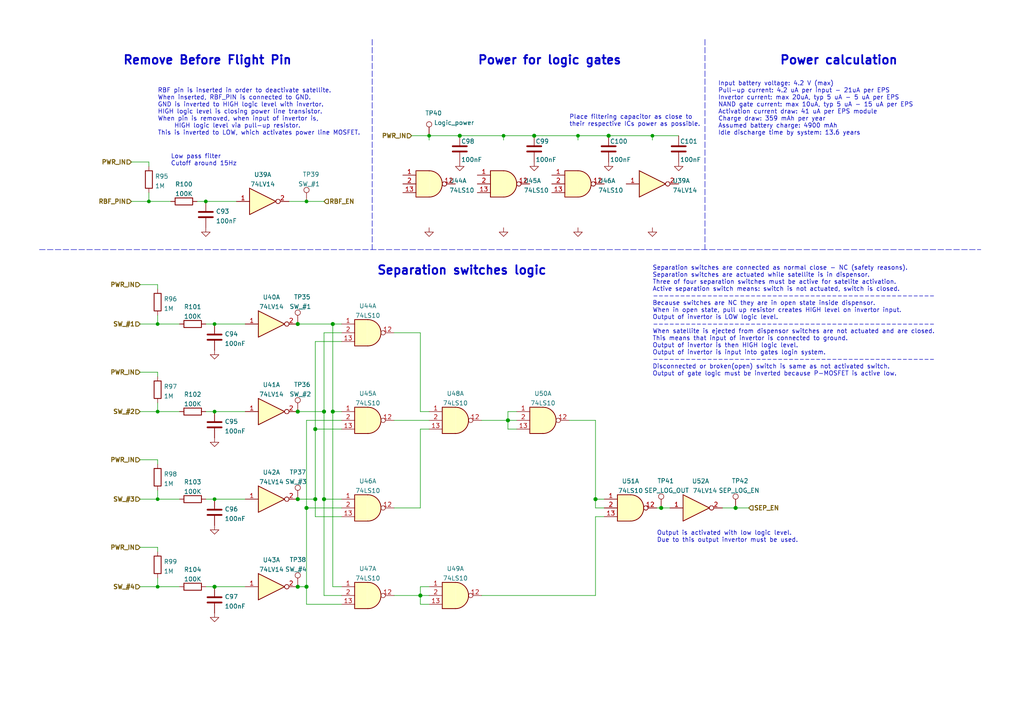
<source format=kicad_sch>
(kicad_sch (version 20210621) (generator eeschema)
  (paper "A4")
  (title_block (title "BUTCube - EPS") (date "2021-06-01") (rev "v1.0") (company "VUT - FIT(STRaDe) & FME(IAE & IPE)") (comment 1 "Author: Petr Malaník"))
  (lib_symbols
    (symbol "74xx:74LS10" (pin_names (offset 1.016))
      (property "Reference" "U" (at 0 1.27 0))
      (property "Value" "74LS10" (at 0 -1.27 0))
      (symbol "74LS10_1_1"
        (arc (start 0 -3.81) (end 0 3.81) (radius (at 0 0) (length 3.81) (angles -89.9 89.9)) (stroke (width 0.254)) (fill (type background)))
        (polyline (pts (xy 0 3.81) (xy -3.81 3.81) (xy -3.81 -3.81) (xy 0 -3.81)) (stroke (width 0.254)) (fill (type background)))
        (pin input line (at -7.62 2.54 0) (length 3.81) (name "~") (number "1"))
        (pin output inverted (at 7.62 0 180) (length 3.81) (name "~") (number "12"))
        (pin input line (at -7.62 -2.54 0) (length 3.81) (name "~") (number "13"))
        (pin input line (at -7.62 0 0) (length 3.81) (name "~") (number "2"))
      )
      (symbol "74LS10_1_2"
        (arc (start -3.81 3.81) (end -3.81 -3.81) (radius (at -9.144 0) (length 6.5532) (angles 35.4 -35.4)) (stroke (width 0.254)))
        (arc (start 3.81 0) (end -0.6096 3.81) (radius (at -1.1938 -1.3208) (length 5.1816) (angles 15 83.7)) (stroke (width 0.254)) (fill (type background)))
        (arc (start 3.81 0) (end -0.6096 -3.81) (radius (at -1.1938 1.3208) (length 5.1816) (angles -15 -83.7)) (stroke (width 0.254)) (fill (type background)))
        (polyline (pts (xy -3.81 -3.81) (xy -0.635 -3.81)) (stroke (width 0.254)) (fill (type background)))
        (polyline (pts (xy -3.81 3.81) (xy -0.635 3.81)) (stroke (width 0.254)) (fill (type background)))
        (polyline (pts (xy -0.635 3.81) (xy -3.81 3.81) (xy -3.81 3.81) (xy -3.556 3.4036) (xy -3.0226 2.2606) (xy -2.6924 1.0414) (xy -2.6162 -0.254) (xy -2.7686 -1.4986) (xy -3.175 -2.7178) (xy -3.81 -3.81) (xy -3.81 -3.81) (xy -0.635 -3.81)) (stroke (width -25.4)) (fill (type background)))
        (pin input inverted (at -7.62 2.54 0) (length 4.318) (name "~") (number "1"))
        (pin output line (at 7.62 0 180) (length 3.81) (name "~") (number "12"))
        (pin input inverted (at -7.62 -2.54 0) (length 4.318) (name "~") (number "13"))
        (pin input inverted (at -7.62 0 0) (length 4.953) (name "~") (number "2"))
      )
      (symbol "74LS10_2_1"
        (arc (start 0 -3.81) (end 0 3.81) (radius (at 0 0) (length 3.81) (angles -89.9 89.9)) (stroke (width 0.254)) (fill (type background)))
        (polyline (pts (xy 0 3.81) (xy -3.81 3.81) (xy -3.81 -3.81) (xy 0 -3.81)) (stroke (width 0.254)) (fill (type background)))
        (pin input line (at -7.62 2.54 0) (length 3.81) (name "~") (number "3"))
        (pin input line (at -7.62 0 0) (length 3.81) (name "~") (number "4"))
        (pin input line (at -7.62 -2.54 0) (length 3.81) (name "~") (number "5"))
        (pin output inverted (at 7.62 0 180) (length 3.81) (name "~") (number "6"))
      )
      (symbol "74LS10_2_2"
        (arc (start -3.81 3.81) (end -3.81 -3.81) (radius (at -9.144 0) (length 6.5532) (angles 35.4 -35.4)) (stroke (width 0.254)))
        (arc (start 3.81 0) (end -0.6096 3.81) (radius (at -1.1938 -1.3208) (length 5.1816) (angles 15 83.7)) (stroke (width 0.254)) (fill (type background)))
        (arc (start 3.81 0) (end -0.6096 -3.81) (radius (at -1.1938 1.3208) (length 5.1816) (angles -15 -83.7)) (stroke (width 0.254)) (fill (type background)))
        (polyline (pts (xy -3.81 -3.81) (xy -0.635 -3.81)) (stroke (width 0.254)) (fill (type background)))
        (polyline (pts (xy -3.81 3.81) (xy -0.635 3.81)) (stroke (width 0.254)) (fill (type background)))
        (polyline (pts (xy -0.635 3.81) (xy -3.81 3.81) (xy -3.81 3.81) (xy -3.556 3.4036) (xy -3.0226 2.2606) (xy -2.6924 1.0414) (xy -2.6162 -0.254) (xy -2.7686 -1.4986) (xy -3.175 -2.7178) (xy -3.81 -3.81) (xy -3.81 -3.81) (xy -0.635 -3.81)) (stroke (width -25.4)) (fill (type background)))
        (pin input inverted (at -7.62 2.54 0) (length 4.318) (name "~") (number "3"))
        (pin input inverted (at -7.62 0 0) (length 4.953) (name "~") (number "4"))
        (pin input inverted (at -7.62 -2.54 0) (length 4.318) (name "~") (number "5"))
        (pin output line (at 7.62 0 180) (length 3.81) (name "~") (number "6"))
      )
      (symbol "74LS10_3_1"
        (arc (start 0 -3.81) (end 0 3.81) (radius (at 0 0) (length 3.81) (angles -89.9 89.9)) (stroke (width 0.254)) (fill (type background)))
        (polyline (pts (xy 0 3.81) (xy -3.81 3.81) (xy -3.81 -3.81) (xy 0 -3.81)) (stroke (width 0.254)) (fill (type background)))
        (pin input line (at -7.62 0 0) (length 3.81) (name "~") (number "10"))
        (pin input line (at -7.62 -2.54 0) (length 3.81) (name "~") (number "11"))
        (pin output inverted (at 7.62 0 180) (length 3.81) (name "~") (number "8"))
        (pin input line (at -7.62 2.54 0) (length 3.81) (name "~") (number "9"))
      )
      (symbol "74LS10_3_2"
        (arc (start -3.81 3.81) (end -3.81 -3.81) (radius (at -9.144 0) (length 6.5532) (angles 35.4 -35.4)) (stroke (width 0.254)))
        (arc (start 3.81 0) (end -0.6096 3.81) (radius (at -1.1938 -1.3208) (length 5.1816) (angles 15 83.7)) (stroke (width 0.254)) (fill (type background)))
        (arc (start 3.81 0) (end -0.6096 -3.81) (radius (at -1.1938 1.3208) (length 5.1816) (angles -15 -83.7)) (stroke (width 0.254)) (fill (type background)))
        (polyline (pts (xy -3.81 -3.81) (xy -0.635 -3.81)) (stroke (width 0.254)) (fill (type background)))
        (polyline (pts (xy -3.81 3.81) (xy -0.635 3.81)) (stroke (width 0.254)) (fill (type background)))
        (polyline (pts (xy -0.635 3.81) (xy -3.81 3.81) (xy -3.81 3.81) (xy -3.556 3.4036) (xy -3.0226 2.2606) (xy -2.6924 1.0414) (xy -2.6162 -0.254) (xy -2.7686 -1.4986) (xy -3.175 -2.7178) (xy -3.81 -3.81) (xy -3.81 -3.81) (xy -0.635 -3.81)) (stroke (width -25.4)) (fill (type background)))
        (pin input inverted (at -7.62 0 0) (length 4.953) (name "~") (number "10"))
        (pin input inverted (at -7.62 -2.54 0) (length 4.318) (name "~") (number "11"))
        (pin output line (at 7.62 0 180) (length 3.81) (name "~") (number "8"))
        (pin input inverted (at -7.62 2.54 0) (length 4.318) (name "~") (number "9"))
      )
      (symbol "74LS10_4_0"
        (pin power_in line (at 0 12.7 270) (length 5.08) (name "VCC") (number "14"))
        (pin power_in line (at 0 -12.7 90) (length 5.08) (name "GND") (number "7"))
      )
      (symbol "74LS10_4_1"
        (rectangle (start -5.08 7.62) (end 5.08 -7.62) (stroke (width 0.254)) (fill (type background)))
      )
    )
    (symbol "74xx:74LV14" (pin_names (offset 1.016))
      (property "Reference" "U" (at 0 1.27 0))
      (property "Value" "74LV14" (at 0 -1.27 0))
      (symbol "74LV14_1_0"
        (polyline (pts (xy -3.81 3.81) (xy -3.81 -3.81) (xy 3.81 0) (xy -3.81 3.81)) (stroke (width 0.254)) (fill (type background)))
        (pin input line (at -7.62 0 0) (length 3.81) (name "~") (number "1"))
        (pin output inverted (at 7.62 0 180) (length 3.81) (name "~") (number "2"))
      )
      (symbol "74LV14_2_0"
        (polyline (pts (xy -3.81 3.81) (xy -3.81 -3.81) (xy 3.81 0) (xy -3.81 3.81)) (stroke (width 0.254)) (fill (type background)))
        (pin input line (at -7.62 0 0) (length 3.81) (name "~") (number "3"))
        (pin output inverted (at 7.62 0 180) (length 3.81) (name "~") (number "4"))
      )
      (symbol "74LV14_3_0"
        (polyline (pts (xy -3.81 3.81) (xy -3.81 -3.81) (xy 3.81 0) (xy -3.81 3.81)) (stroke (width 0.254)) (fill (type background)))
        (pin input line (at -7.62 0 0) (length 3.81) (name "~") (number "5"))
        (pin output inverted (at 7.62 0 180) (length 3.81) (name "~") (number "6"))
      )
      (symbol "74LV14_4_0"
        (polyline (pts (xy -3.81 3.81) (xy -3.81 -3.81) (xy 3.81 0) (xy -3.81 3.81)) (stroke (width 0.254)) (fill (type background)))
        (pin output inverted (at 7.62 0 180) (length 3.81) (name "~") (number "8"))
        (pin input line (at -7.62 0 0) (length 3.81) (name "~") (number "9"))
      )
      (symbol "74LV14_5_0"
        (polyline (pts (xy -3.81 3.81) (xy -3.81 -3.81) (xy 3.81 0) (xy -3.81 3.81)) (stroke (width 0.254)) (fill (type background)))
        (pin output inverted (at 7.62 0 180) (length 3.81) (name "~") (number "10"))
        (pin input line (at -7.62 0 0) (length 3.81) (name "~") (number "11"))
      )
      (symbol "74LV14_6_0"
        (polyline (pts (xy -3.81 3.81) (xy -3.81 -3.81) (xy 3.81 0) (xy -3.81 3.81)) (stroke (width 0.254)) (fill (type background)))
        (pin output inverted (at 7.62 0 180) (length 3.81) (name "~") (number "12"))
        (pin input line (at -7.62 0 0) (length 3.81) (name "~") (number "13"))
      )
      (symbol "74LV14_7_0"
        (pin power_in line (at 0 12.7 270) (length 5.08) (name "3.3V") (number "14"))
        (pin power_in line (at 0 -12.7 90) (length 5.08) (name "GND") (number "7"))
      )
      (symbol "74LV14_7_1"
        (rectangle (start -5.08 7.62) (end 5.08 -7.62) (stroke (width 0.254)) (fill (type background)))
      )
    )
    (symbol "Connector:TestPoint" (pin_numbers hide) (pin_names (offset 0.762) hide)
      (property "Reference" "TP" (at 0 6.858 0))
      (property "Value" "TestPoint" (at 0 5.08 0))
      (symbol "TestPoint_0_1"
        (circle (center 0 3.302) (radius 0.762))
      )
      (symbol "TestPoint_1_1"
        (pin passive line (at 0 0 90) (length 2.54) (name "1") (number "1"))
      )
    )
    (symbol "Device:C" (pin_numbers hide) (pin_names (offset 0.254))
      (property "Reference" "C" (at 0.635 2.54 0))
      (property "Value" "C" (at 0.635 -2.54 0))
      (symbol "C_0_1"
        (polyline (pts (xy -2.032 -0.762) (xy 2.032 -0.762)) (stroke (width 0.508)))
        (polyline (pts (xy -2.032 0.762) (xy 2.032 0.762)) (stroke (width 0.508)))
      )
      (symbol "C_1_1"
        (pin passive line (at 0 3.81 270) (length 2.794) (name "~") (number "1"))
        (pin passive line (at 0 -3.81 90) (length 2.794) (name "~") (number "2"))
      )
    )
    (symbol "Device:R" (pin_numbers hide) (pin_names (offset 0))
      (property "Reference" "R" (at 2.032 0 90))
      (property "Value" "R" (at 0 0 90))
      (symbol "R_0_1"
        (rectangle (start -1.016 -2.54) (end 1.016 2.54) (stroke (width 0.254)))
      )
      (symbol "R_1_1"
        (pin passive line (at 0 3.81 270) (length 1.27) (name "~") (number "1"))
        (pin passive line (at 0 -3.81 90) (length 1.27) (name "~") (number "2"))
      )
    )
    (symbol "power:GND" (power) (pin_names (offset 0))
      (property "Value" "GND" (at 0 -3.81 0))
      (symbol "GND_0_1"
        (polyline (pts (xy 0 0) (xy 0 -1.27) (xy 1.27 -1.27) (xy 0 -2.54) (xy -1.27 -1.27) (xy 0 -1.27)))
      )
      (symbol "GND_1_1"
        (pin power_in line (at 0 0 270) (length 0) hide (name "GND") (number "1"))
      )
    )
  )
  (junction (at 43.18 58.42) (diameter 0.9144))
  (junction (at 45.72 93.98) (diameter 0.9144))
  (junction (at 45.72 119.38) (diameter 0.9144))
  (junction (at 45.72 144.78) (diameter 0.9144))
  (junction (at 45.72 170.18) (diameter 0.9144))
  (junction (at 59.69 58.42) (diameter 0.9144))
  (junction (at 62.23 93.98) (diameter 0.9144))
  (junction (at 62.23 119.38) (diameter 0.9144))
  (junction (at 62.23 144.78) (diameter 0.9144))
  (junction (at 62.23 170.18) (diameter 1.016))
  (junction (at 86.36 93.98) (diameter 1.016))
  (junction (at 86.36 119.38) (diameter 1.016))
  (junction (at 86.36 144.78) (diameter 1.016))
  (junction (at 86.36 170.18) (diameter 1.016))
  (junction (at 88.9 58.42) (diameter 0.9144))
  (junction (at 88.9 147.32) (diameter 1.016))
  (junction (at 88.9 170.18) (diameter 1.016))
  (junction (at 91.44 124.46) (diameter 1.016))
  (junction (at 91.44 144.78) (diameter 1.016))
  (junction (at 93.98 119.38) (diameter 1.016))
  (junction (at 93.98 144.78) (diameter 1.016))
  (junction (at 96.52 93.98) (diameter 1.016))
  (junction (at 96.52 119.38) (diameter 1.016))
  (junction (at 121.92 172.72) (diameter 1.016))
  (junction (at 124.46 39.37) (diameter 0.9144))
  (junction (at 133.35 39.37) (diameter 1.016))
  (junction (at 146.05 39.37) (diameter 0.9144))
  (junction (at 147.32 121.92) (diameter 1.016))
  (junction (at 154.94 39.37) (diameter 1.016))
  (junction (at 167.64 39.37) (diameter 0.9144))
  (junction (at 172.72 144.78) (diameter 1.016))
  (junction (at 176.53 39.37) (diameter 1.016))
  (junction (at 189.23 39.37) (diameter 0.9144))
  (junction (at 191.77 147.32) (diameter 1.016))
  (junction (at 213.36 147.32) (diameter 1.016))
  (wire (pts (xy 38.1 46.99) (xy 43.18 46.99)))
  (wire (pts (xy 38.1 58.42) (xy 43.18 58.42)))
  (wire (pts (xy 40.64 82.55) (xy 45.72 82.55)))
  (wire (pts (xy 40.64 93.98) (xy 45.72 93.98)))
  (wire (pts (xy 40.64 107.95) (xy 45.72 107.95)))
  (wire (pts (xy 40.64 119.38) (xy 45.72 119.38)))
  (wire (pts (xy 40.64 133.35) (xy 45.72 133.35)))
  (wire (pts (xy 40.64 144.78) (xy 45.72 144.78)))
  (wire (pts (xy 40.64 158.75) (xy 45.72 158.75)))
  (wire (pts (xy 40.64 170.18) (xy 45.72 170.18)))
  (wire (pts (xy 43.18 46.99) (xy 43.18 48.26)))
  (wire (pts (xy 43.18 55.88) (xy 43.18 58.42)))
  (wire (pts (xy 43.18 58.42) (xy 49.53 58.42)))
  (wire (pts (xy 45.72 82.55) (xy 45.72 83.82)))
  (wire (pts (xy 45.72 91.44) (xy 45.72 93.98)))
  (wire (pts (xy 45.72 93.98) (xy 52.07 93.98)))
  (wire (pts (xy 45.72 107.95) (xy 45.72 109.22)))
  (wire (pts (xy 45.72 116.84) (xy 45.72 119.38)))
  (wire (pts (xy 45.72 119.38) (xy 52.07 119.38)))
  (wire (pts (xy 45.72 133.35) (xy 45.72 134.62)))
  (wire (pts (xy 45.72 142.24) (xy 45.72 144.78)))
  (wire (pts (xy 45.72 144.78) (xy 52.07 144.78)))
  (wire (pts (xy 45.72 158.75) (xy 45.72 160.02)))
  (wire (pts (xy 45.72 167.64) (xy 45.72 170.18)))
  (wire (pts (xy 45.72 170.18) (xy 52.07 170.18)))
  (wire (pts (xy 57.15 58.42) (xy 59.69 58.42)))
  (wire (pts (xy 59.69 58.42) (xy 68.58 58.42)))
  (wire (pts (xy 59.69 93.98) (xy 62.23 93.98)))
  (wire (pts (xy 59.69 119.38) (xy 62.23 119.38)))
  (wire (pts (xy 59.69 144.78) (xy 62.23 144.78)))
  (wire (pts (xy 59.69 170.18) (xy 62.23 170.18)))
  (wire (pts (xy 62.23 93.98) (xy 71.12 93.98)))
  (wire (pts (xy 62.23 119.38) (xy 71.12 119.38)))
  (wire (pts (xy 62.23 144.78) (xy 71.12 144.78)))
  (wire (pts (xy 62.23 170.18) (xy 71.12 170.18)))
  (wire (pts (xy 86.36 119.38) (xy 93.98 119.38)))
  (wire (pts (xy 86.36 144.78) (xy 91.44 144.78)))
  (wire (pts (xy 88.9 58.42) (xy 83.82 58.42)))
  (wire (pts (xy 88.9 58.42) (xy 93.98 58.42)))
  (wire (pts (xy 88.9 121.92) (xy 99.06 121.92)))
  (wire (pts (xy 88.9 147.32) (xy 88.9 121.92)))
  (wire (pts (xy 88.9 147.32) (xy 99.06 147.32)))
  (wire (pts (xy 88.9 170.18) (xy 86.36 170.18)))
  (wire (pts (xy 88.9 170.18) (xy 88.9 147.32)))
  (wire (pts (xy 88.9 175.26) (xy 88.9 170.18)))
  (wire (pts (xy 91.44 99.06) (xy 99.06 99.06)))
  (wire (pts (xy 91.44 124.46) (xy 91.44 99.06)))
  (wire (pts (xy 91.44 124.46) (xy 99.06 124.46)))
  (wire (pts (xy 91.44 144.78) (xy 91.44 124.46)))
  (wire (pts (xy 91.44 149.86) (xy 91.44 144.78)))
  (wire (pts (xy 93.98 96.52) (xy 99.06 96.52)))
  (wire (pts (xy 93.98 119.38) (xy 93.98 96.52)))
  (wire (pts (xy 93.98 119.38) (xy 93.98 144.78)))
  (wire (pts (xy 93.98 144.78) (xy 93.98 172.72)))
  (wire (pts (xy 93.98 144.78) (xy 99.06 144.78)))
  (wire (pts (xy 93.98 172.72) (xy 99.06 172.72)))
  (wire (pts (xy 96.52 93.98) (xy 86.36 93.98)))
  (wire (pts (xy 96.52 93.98) (xy 99.06 93.98)))
  (wire (pts (xy 96.52 119.38) (xy 96.52 93.98)))
  (wire (pts (xy 96.52 119.38) (xy 99.06 119.38)))
  (wire (pts (xy 96.52 170.18) (xy 96.52 119.38)))
  (wire (pts (xy 99.06 149.86) (xy 91.44 149.86)))
  (wire (pts (xy 99.06 170.18) (xy 96.52 170.18)))
  (wire (pts (xy 99.06 175.26) (xy 88.9 175.26)))
  (wire (pts (xy 114.3 121.92) (xy 124.46 121.92)))
  (wire (pts (xy 114.3 147.32) (xy 121.92 147.32)))
  (wire (pts (xy 114.3 172.72) (xy 121.92 172.72)))
  (wire (pts (xy 119.38 39.37) (xy 124.46 39.37)))
  (wire (pts (xy 121.92 96.52) (xy 114.3 96.52)))
  (wire (pts (xy 121.92 119.38) (xy 121.92 96.52)))
  (wire (pts (xy 121.92 124.46) (xy 124.46 124.46)))
  (wire (pts (xy 121.92 147.32) (xy 121.92 124.46)))
  (wire (pts (xy 121.92 170.18) (xy 124.46 170.18)))
  (wire (pts (xy 121.92 172.72) (xy 121.92 170.18)))
  (wire (pts (xy 121.92 172.72) (xy 124.46 172.72)))
  (wire (pts (xy 121.92 175.26) (xy 121.92 172.72)))
  (wire (pts (xy 124.46 39.37) (xy 124.46 40.64)))
  (wire (pts (xy 124.46 39.37) (xy 133.35 39.37)))
  (wire (pts (xy 124.46 119.38) (xy 121.92 119.38)))
  (wire (pts (xy 124.46 175.26) (xy 121.92 175.26)))
  (wire (pts (xy 133.35 39.37) (xy 146.05 39.37)))
  (wire (pts (xy 139.7 121.92) (xy 147.32 121.92)))
  (wire (pts (xy 146.05 39.37) (xy 146.05 40.64)))
  (wire (pts (xy 146.05 39.37) (xy 154.94 39.37)))
  (wire (pts (xy 147.32 119.38) (xy 147.32 121.92)))
  (wire (pts (xy 147.32 121.92) (xy 147.32 124.46)))
  (wire (pts (xy 147.32 121.92) (xy 149.86 121.92)))
  (wire (pts (xy 147.32 124.46) (xy 149.86 124.46)))
  (wire (pts (xy 149.86 119.38) (xy 147.32 119.38)))
  (wire (pts (xy 154.94 39.37) (xy 167.64 39.37)))
  (wire (pts (xy 167.64 39.37) (xy 167.64 40.64)))
  (wire (pts (xy 167.64 39.37) (xy 176.53 39.37)))
  (wire (pts (xy 172.72 121.92) (xy 165.1 121.92)))
  (wire (pts (xy 172.72 144.78) (xy 172.72 121.92)))
  (wire (pts (xy 172.72 144.78) (xy 175.26 144.78)))
  (wire (pts (xy 172.72 147.32) (xy 172.72 144.78)))
  (wire (pts (xy 172.72 149.86) (xy 172.72 172.72)))
  (wire (pts (xy 172.72 172.72) (xy 139.7 172.72)))
  (wire (pts (xy 175.26 147.32) (xy 172.72 147.32)))
  (wire (pts (xy 175.26 149.86) (xy 172.72 149.86)))
  (wire (pts (xy 176.53 39.37) (xy 189.23 39.37)))
  (wire (pts (xy 189.23 39.37) (xy 189.23 40.64)))
  (wire (pts (xy 189.23 39.37) (xy 196.85 39.37)))
  (wire (pts (xy 190.5 147.32) (xy 191.77 147.32)))
  (wire (pts (xy 191.77 147.32) (xy 194.31 147.32)))
  (wire (pts (xy 209.55 147.32) (xy 213.36 147.32)))
  (wire (pts (xy 213.36 147.32) (xy 217.17 147.32)))
  (polyline (pts (xy 11.43 72.39) (xy 284.48 72.39)) (stroke (width 0) (type dash)))
  (polyline (pts (xy 107.95 11.43) (xy 107.95 72.39)) (stroke (width 0) (type dash)))
  (polyline (pts (xy 204.47 11.43) (xy 204.47 72.39)) (stroke (width 0) (type dash)))
  (text "Remove Before Flight Pin" (at 35.56 19.05 0) (effects (font (size 2.5 2.5) (thickness 0.5) bold) (justify left bottom)))
  (text "RBF pin is inserted in order to deactivate satellite.\nWhen inserted, RBF_PIN is connected to GND.\nGND is inverted to HIGH logic level with invertor.\nHIGH logic level is closing power line transistor.\nWhen pin is removed, when input of invertor is,\n	HIGH logic level via pull-up resistor.\nThis is inverted to LOW, which activates power line MOSFET." (at 45.72 39.37 0) (effects (font (size 1.27 1.27)) (justify left bottom)))
  (text "Low pass filter\nCutoff around 15Hz" (at 49.53 48.26 0) (effects (font (size 1.27 1.27)) (justify left bottom)))
  (text "Separation switches logic" (at 109.22 80.01 0) (effects (font (size 2.5 2.5) (thickness 0.5) bold) (justify left bottom)))
  (text "Power for logic gates" (at 138.43 19.05 0) (effects (font (size 2.5 2.5) (thickness 0.5) bold) (justify left bottom)))
  (text "Place filtering capacitor as close to\ntheir respective ICs power as possible." (at 165.1 36.83 0) (effects (font (size 1.27 1.27)) (justify left bottom)))
  (text "Separation switches are connected as normal close - NC (safety reasons).\nSeparation switches are actuated while satellite is in dispensor.\nThree of four separation switches must be active for satelite activation.\nActive separation switch means: switch is not actuated, switch is closed.\n----------------------------------------------------\nBecause switches are NC they are in open state inside dispensor.\nWhen in open state, pull up resistor creates HIGH level on invertor input.\nOutput of invertor is LOW logic level.\n----------------------------------------------------\nWhen satellite is ejected from dispensor switches are not actuated and are closed.\nThis means that input of invertor is connected to ground.\nOutput of invertor is then HIGH logic level.\nOutput of invertor is input into gates login system.\n----------------------------------------------------\nDisconnected or broken(open) switch is same as not activated switch.\nOutput of gate logic must be inverted because P-MOSFET is active low." (at 189.23 109.22 0) (effects (font (size 1.27 1.27)) (justify left bottom)))
  (text "Output is activated with low logic level.\nDue to this output invertor must be used." (at 190.5 157.48 0) (effects (font (size 1.27 1.27)) (justify left bottom)))
  (text "Input battery voltage: 4.2 V (max)\nPull-up current: 4.2 uA per input - 21uA per EPS\nInvertor current: max 20uA, typ 5 uA - 5 uA per EPS\nNAND gate current: max 10uA, typ 5 uA - 15 uA per EPS\nActivation current draw: 41 uA per EPS module\nCharge draw: 359 mAh per year\nAssumed battery charge: 4900 mAh\nIdle discharge time by system: 13.6 years" (at 208.28 39.37 0) (effects (font (size 1.27 1.27)) (justify left bottom)))
  (text "Power calculation" (at 226.06 19.05 0) (effects (font (size 2.5 2.5) (thickness 0.5) bold) (justify left bottom)))
  (hierarchical_label "PWR_IN" (shape input) (at 38.1 46.99 180) (effects (font (thickness 0.254))))
  (hierarchical_label "RBF_PIN" (shape input) (at 38.1 58.42 180) (effects (font (thickness 0.254))))
  (hierarchical_label "PWR_IN" (shape input) (at 40.64 82.55 180) (effects (font (thickness 0.254))))
  (hierarchical_label "SW_#1" (shape input) (at 40.64 93.98 180) (effects (font (thickness 0.254))))
  (hierarchical_label "PWR_IN" (shape input) (at 40.64 107.95 180) (effects (font (thickness 0.254))))
  (hierarchical_label "SW_#2" (shape input) (at 40.64 119.38 180) (effects (font (thickness 0.254))))
  (hierarchical_label "PWR_IN" (shape input) (at 40.64 133.35 180) (effects (font (thickness 0.254))))
  (hierarchical_label "SW_#3" (shape input) (at 40.64 144.78 180) (effects (font (thickness 0.254))))
  (hierarchical_label "PWR_IN" (shape input) (at 40.64 158.75 180) (effects (font (thickness 0.254))))
  (hierarchical_label "SW_#4" (shape input) (at 40.64 170.18 180) (effects (font (thickness 0.254))))
  (hierarchical_label "RBF_EN" (shape input) (at 93.98 58.42 0) (effects (font (thickness 0.254))))
  (hierarchical_label "PWR_IN" (shape input) (at 119.38 39.37 180) (effects (font (thickness 0.254))))
  (hierarchical_label "SEP_EN" (shape input) (at 217.17 147.32 0) (effects (font (thickness 0.254))))
  (symbol (lib_id "Connector:TestPoint") (at 86.36 93.98 0)
    (property "Reference" "TP35" (at 85.2171 86.15 0) (effects (justify left)))
    (property "Value" "SW_#1" (at 83.9471 88.9251 0) (effects (justify left)))
  )
  (symbol (lib_id "Connector:TestPoint") (at 86.36 119.38 0)
    (property "Reference" "TP36" (at 85.2171 111.55 0) (effects (justify left)))
    (property "Value" "SW_#2" (at 83.9471 114.3251 0) (effects (justify left)))
  )
  (symbol (lib_id "Connector:TestPoint") (at 86.36 144.78 0)
    (property "Reference" "TP37" (at 83.9471 136.95 0) (effects (justify left)))
    (property "Value" "SW_#3" (at 82.6771 139.7251 0) (effects (justify left)))
  )
  (symbol (lib_id "Connector:TestPoint") (at 86.36 170.18 0)
    (property "Reference" "TP38" (at 83.9471 162.35 0) (effects (justify left)))
    (property "Value" "SW_#4" (at 82.6771 165.1251 0) (effects (justify left)))
  )
  (symbol (lib_id "Connector:TestPoint") (at 88.9 58.42 0)
    (property "Reference" "TP39" (at 87.7571 50.59 0) (effects (justify left)))
    (property "Value" "SW_#1" (at 86.4871 53.3651 0) (effects (justify left)))
  )
  (symbol (lib_id "Connector:TestPoint") (at 124.46 39.37 0)
    (property "Reference" "TP40" (at 123.3171 32.81 0) (effects (justify left)))
    (property "Value" "Logic_power" (at 125.8571 35.5851 0) (effects (justify left)))
  )
  (symbol (lib_id "Connector:TestPoint") (at 191.77 147.32 0)
    (property "Reference" "TP41" (at 190.6271 139.49 0) (effects (justify left)))
    (property "Value" "SEP_LOG_OUT" (at 186.8171 142.2651 0) (effects (justify left)))
  )
  (symbol (lib_id "Connector:TestPoint") (at 213.36 147.32 0)
    (property "Reference" "TP42" (at 212.2171 139.49 0) (effects (justify left)))
    (property "Value" "SEP_LOG_EN" (at 208.4071 142.2651 0) (effects (justify left)))
  )
  (symbol (lib_id "power:GND") (at 59.69 66.04 0)
    (property "Reference" "#PWR0216" (effects hide))
    (property "Value" "GND" (effects hide))
  )
  (symbol (lib_id "power:GND") (at 62.23 101.6 0)
    (property "Reference" "#PWR0217" (effects hide))
    (property "Value" "GND" (effects hide))
  )
  (symbol (lib_id "power:GND") (at 62.23 127 0)
    (property "Reference" "#PWR0218" (effects hide))
    (property "Value" "GND" (effects hide))
  )
  (symbol (lib_id "power:GND") (at 62.23 152.4 0)
    (property "Reference" "#PWR0219" (effects hide))
    (property "Value" "GND" (effects hide))
  )
  (symbol (lib_id "power:GND") (at 62.23 177.8 0)
    (property "Reference" "#PWR0220" (effects hide))
    (property "Value" "GND" (effects hide))
  )
  (symbol (lib_id "power:GND") (at 124.46 66.04 0)
    (property "Reference" "#PWR0221" (effects hide))
    (property "Value" "GND" (effects hide))
  )
  (symbol (lib_id "power:GND") (at 133.35 46.99 0)
    (property "Reference" "#PWR0222" (effects hide))
    (property "Value" "GND" (effects hide))
  )
  (symbol (lib_id "power:GND") (at 146.05 66.04 0)
    (property "Reference" "#PWR0223" (effects hide))
    (property "Value" "GND" (effects hide))
  )
  (symbol (lib_id "power:GND") (at 154.94 46.99 0)
    (property "Reference" "#PWR0224" (effects hide))
    (property "Value" "GND" (effects hide))
  )
  (symbol (lib_id "power:GND") (at 167.64 66.04 0)
    (property "Reference" "#PWR0225" (effects hide))
    (property "Value" "GND" (effects hide))
  )
  (symbol (lib_id "power:GND") (at 176.53 46.99 0)
    (property "Reference" "#PWR0226" (effects hide))
    (property "Value" "GND" (effects hide))
  )
  (symbol (lib_id "power:GND") (at 189.23 66.04 0)
    (property "Reference" "#PWR0227" (effects hide))
    (property "Value" "GND" (effects hide))
  )
  (symbol (lib_id "power:GND") (at 196.85 46.99 0)
    (property "Reference" "#PWR0228" (effects hide))
    (property "Value" "GND" (effects hide))
  )
  (symbol (lib_id "Device:R") (at 43.18 52.07 0)
    (property "Reference" "R95" (at 44.9581 51.1615 0) (effects (justify left)))
    (property "Value" "1M" (at 44.9581 53.9366 0) (effects (justify left)))
  )
  (symbol (lib_id "Device:R") (at 45.72 87.63 0)
    (property "Reference" "R96" (at 47.4981 86.7215 0) (effects (justify left)))
    (property "Value" "1M" (at 47.4981 89.4966 0) (effects (justify left)))
  )
  (symbol (lib_id "Device:R") (at 45.72 113.03 0)
    (property "Reference" "R97" (at 47.4981 112.1215 0) (effects (justify left)))
    (property "Value" "1M" (at 47.4981 114.8966 0) (effects (justify left)))
  )
  (symbol (lib_id "Device:R") (at 45.72 138.43 0)
    (property "Reference" "R98" (at 47.4981 137.5215 0) (effects (justify left)))
    (property "Value" "1M" (at 47.4981 140.2966 0) (effects (justify left)))
  )
  (symbol (lib_id "Device:R") (at 45.72 163.83 0)
    (property "Reference" "R99" (at 47.4981 162.9215 0) (effects (justify left)))
    (property "Value" "1M" (at 47.4981 165.6966 0) (effects (justify left)))
  )
  (symbol (lib_id "Device:R") (at 53.34 58.42 90)
    (property "Reference" "R100" (at 53.34 53.4374 90))
    (property "Value" "100K" (at 53.34 56.2125 90))
  )
  (symbol (lib_id "Device:R") (at 55.88 93.98 90)
    (property "Reference" "R101" (at 55.88 88.9974 90))
    (property "Value" "100K" (at 55.88 91.7725 90))
  )
  (symbol (lib_id "Device:R") (at 55.88 119.38 90)
    (property "Reference" "R102" (at 55.88 114.3974 90))
    (property "Value" "100K" (at 55.88 117.1725 90))
  )
  (symbol (lib_id "Device:R") (at 55.88 144.78 90)
    (property "Reference" "R103" (at 55.88 139.7974 90))
    (property "Value" "100K" (at 55.88 142.5725 90))
  )
  (symbol (lib_id "Device:R") (at 55.88 170.18 90)
    (property "Reference" "R104" (at 55.88 165.1974 90))
    (property "Value" "100K" (at 55.88 167.9725 90))
  )
  (symbol (lib_id "Device:C") (at 59.69 62.23 0)
    (property "Reference" "C93" (at 62.6111 61.3215 0) (effects (justify left)))
    (property "Value" "100nF" (at 62.6111 64.0966 0) (effects (justify left)))
  )
  (symbol (lib_id "Device:C") (at 62.23 97.79 0)
    (property "Reference" "C94" (at 65.1511 96.8815 0) (effects (justify left)))
    (property "Value" "100nF" (at 65.1511 99.6566 0) (effects (justify left)))
  )
  (symbol (lib_id "Device:C") (at 62.23 123.19 0)
    (property "Reference" "C95" (at 65.1511 122.2815 0) (effects (justify left)))
    (property "Value" "100nF" (at 65.1511 125.0566 0) (effects (justify left)))
  )
  (symbol (lib_id "Device:C") (at 62.23 148.59 0)
    (property "Reference" "C96" (at 65.1511 147.6815 0) (effects (justify left)))
    (property "Value" "100nF" (at 65.1511 150.4566 0) (effects (justify left)))
  )
  (symbol (lib_id "Device:C") (at 62.23 173.99 0)
    (property "Reference" "C97" (at 65.1511 173.0815 0) (effects (justify left)))
    (property "Value" "100nF" (at 65.1511 175.8566 0) (effects (justify left)))
  )
  (symbol (lib_id "Device:C") (at 133.35 43.18 0)
    (property "Reference" "C98" (at 133.7311 41.0015 0) (effects (justify left)))
    (property "Value" "100nF" (at 133.7311 46.3166 0) (effects (justify left)))
  )
  (symbol (lib_id "Device:C") (at 154.94 43.18 0)
    (property "Reference" "C99" (at 155.3211 41.0015 0) (effects (justify left)))
    (property "Value" "100nF" (at 155.3211 46.3166 0) (effects (justify left)))
  )
  (symbol (lib_id "Device:C") (at 176.53 43.18 0)
    (property "Reference" "C100" (at 176.9111 41.0015 0) (effects (justify left)))
    (property "Value" "100nF" (at 176.9111 46.3166 0) (effects (justify left)))
  )
  (symbol (lib_id "Device:C") (at 196.85 43.18 0)
    (property "Reference" "C101" (at 197.2311 41.0015 0) (effects (justify left)))
    (property "Value" "100nF" (at 197.2311 46.3166 0) (effects (justify left)))
  )
  (symbol (lib_id "74xx:74LV14") (at 76.2 58.42 0)
    (property "Reference" "U39" (at 76.2 50.6434 0))
    (property "Value" "74LV14" (at 76.2 53.4185 0))
    (property "Datasheet" "http://www.ti.com/lit/gpn/sn74LV14" (effects hide))
  )
  (symbol (lib_id "74xx:74LV14") (at 78.74 93.98 0)
    (property "Reference" "U40" (at 78.74 86.2034 0))
    (property "Value" "74LV14" (at 78.74 88.9785 0))
    (property "Datasheet" "http://www.ti.com/lit/gpn/sn74LV14" (effects hide))
  )
  (symbol (lib_id "74xx:74LV14") (at 78.74 119.38 0)
    (property "Reference" "U41" (at 78.74 111.6034 0))
    (property "Value" "74LV14" (at 78.74 114.3785 0))
    (property "Datasheet" "http://www.ti.com/lit/gpn/sn74LV14" (effects hide))
  )
  (symbol (lib_id "74xx:74LV14") (at 78.74 144.78 0)
    (property "Reference" "U42" (at 78.74 137.0034 0))
    (property "Value" "74LV14" (at 78.74 139.7785 0))
    (property "Datasheet" "http://www.ti.com/lit/gpn/sn74LV14" (effects hide))
  )
  (symbol (lib_id "74xx:74LV14") (at 78.74 170.18 0)
    (property "Reference" "U43" (at 78.74 162.4034 0))
    (property "Value" "74LV14" (at 78.74 165.1785 0))
    (property "Datasheet" "http://www.ti.com/lit/gpn/sn74LV14" (effects hide))
  )
  (symbol (lib_id "74xx:74LS10") (at 106.68 96.52 0)
    (property "Reference" "U44" (at 106.68 88.7434 0))
    (property "Value" "74LS10" (at 106.68 91.5185 0))
    (property "Datasheet" "http://www.ti.com/lit/gpn/sn74LS10" (effects hide))
  )
  (symbol (lib_id "74xx:74LS10") (at 106.68 121.92 0)
    (property "Reference" "U45" (at 106.68 114.1434 0))
    (property "Value" "74LS10" (at 106.68 116.9185 0))
    (property "Datasheet" "http://www.ti.com/lit/gpn/sn74LS10" (effects hide))
  )
  (symbol (lib_id "74xx:74LS10") (at 106.68 147.32 0)
    (property "Reference" "U46" (at 106.68 139.5434 0))
    (property "Value" "74LS10" (at 106.68 142.3185 0))
    (property "Datasheet" "http://www.ti.com/lit/gpn/sn74LS10" (effects hide))
  )
  (symbol (lib_id "74xx:74LS10") (at 106.68 172.72 0)
    (property "Reference" "U47" (at 106.68 164.9434 0))
    (property "Value" "74LS10" (at 106.68 167.7185 0))
    (property "Datasheet" "http://www.ti.com/lit/gpn/sn74LS10" (effects hide))
  )
  (symbol (lib_id "74xx:74LS10") (at 124.46 53.34 0)
    (property "Reference" "U44" (at 130.3021 52.4315 0) (effects (justify left)))
    (property "Value" "74LS10" (at 130.3021 55.2066 0) (effects (justify left)))
    (property "Datasheet" "http://www.ti.com/lit/gpn/sn74LS10" (effects hide))
  )
  (symbol (lib_id "74xx:74LS10") (at 132.08 121.92 0)
    (property "Reference" "U48" (at 132.08 114.1434 0))
    (property "Value" "74LS10" (at 132.08 116.9185 0))
    (property "Datasheet" "http://www.ti.com/lit/gpn/sn74LS10" (effects hide))
  )
  (symbol (lib_id "74xx:74LS10") (at 132.08 172.72 0)
    (property "Reference" "U49" (at 132.08 164.9434 0))
    (property "Value" "74LS10" (at 132.08 167.7185 0))
    (property "Datasheet" "http://www.ti.com/lit/gpn/sn74LS10" (effects hide))
  )
  (symbol (lib_id "74xx:74LS10") (at 146.05 53.34 0)
    (property "Reference" "U45" (at 151.8921 52.4315 0) (effects (justify left)))
    (property "Value" "74LS10" (at 151.8921 55.2066 0) (effects (justify left)))
    (property "Datasheet" "http://www.ti.com/lit/gpn/sn74LS10" (effects hide))
  )
  (symbol (lib_id "74xx:74LS10") (at 157.48 121.92 0)
    (property "Reference" "U50" (at 157.48 114.1434 0))
    (property "Value" "74LS10" (at 157.48 116.9185 0))
    (property "Datasheet" "http://www.ti.com/lit/gpn/sn74LS10" (effects hide))
  )
  (symbol (lib_id "74xx:74LS10") (at 167.64 53.34 0)
    (property "Reference" "U46" (at 173.4821 52.4315 0) (effects (justify left)))
    (property "Value" "74LS10" (at 173.4821 55.2066 0) (effects (justify left)))
    (property "Datasheet" "http://www.ti.com/lit/gpn/sn74LS10" (effects hide))
  )
  (symbol (lib_id "74xx:74LS10") (at 182.88 147.32 0)
    (property "Reference" "U51" (at 182.88 139.5434 0))
    (property "Value" "74LS10" (at 182.88 142.3185 0))
    (property "Datasheet" "http://www.ti.com/lit/gpn/sn74LS10" (effects hide))
  )
  (symbol (lib_id "74xx:74LV14") (at 189.23 53.34 0)
    (property "Reference" "U39" (at 195.0721 52.4315 0) (effects (justify left)))
    (property "Value" "74LV14" (at 195.0721 55.2066 0) (effects (justify left)))
    (property "Datasheet" "http://www.ti.com/lit/gpn/sn74LV14" (effects hide))
  )
  (symbol (lib_id "74xx:74LV14") (at 201.93 147.32 0)
    (property "Reference" "U52" (at 203.2 139.5434 0))
    (property "Value" "74LV14" (at 204.47 142.3185 0))
    (property "Datasheet" "http://www.ti.com/lit/gpn/sn74LV14" (effects hide))
  )
)
</source>
